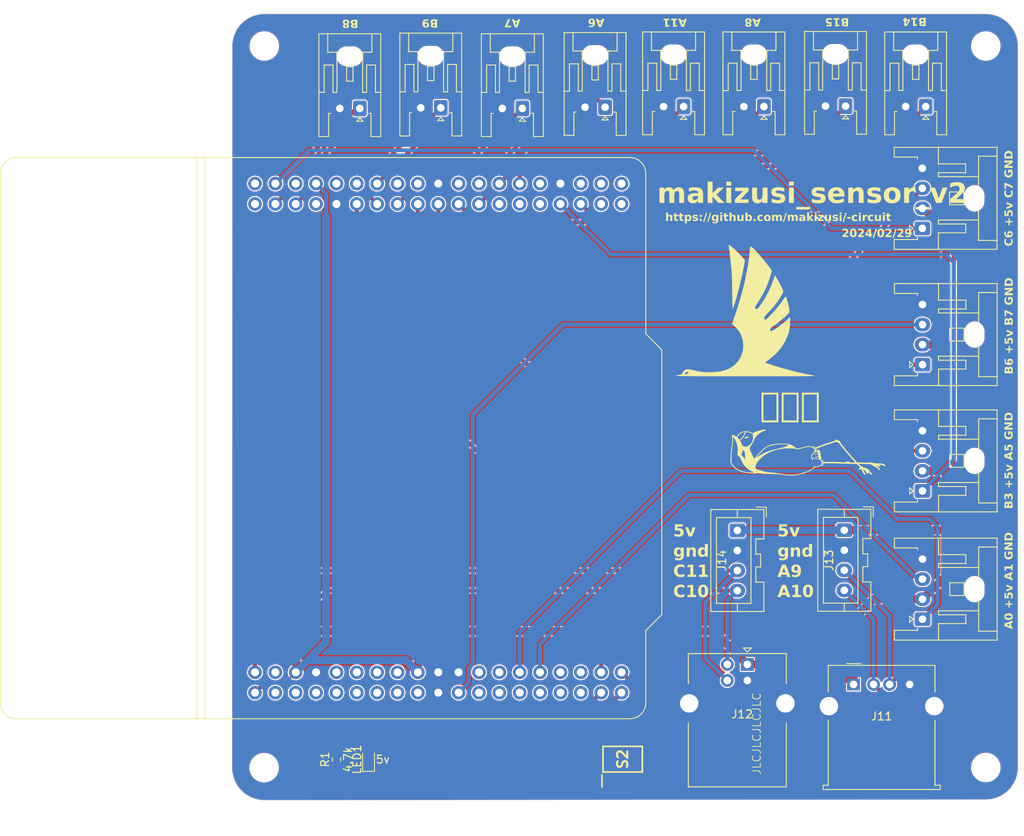
<source format=kicad_pcb>
(kicad_pcb (version 20221018) (generator pcbnew)
  (layers (0 "F.Cu" signal) (31 "B.Cu" signal) (34 "B.Paste" user) (35 "F.Paste" user) (36 "B.SilkS" user "B.Silkscreen") (37 "F.SilkS" user "F.Silkscreen") (38 "B.Mask" user) (39 "F.Mask" user) (44 "Edge.Cuts" user))
  (net 0 "")
  (net 1 "Net-(U1-PC0(PB9))")
  (net 2 "Net-(U1-PC1(PB9))")
  (net 3 "GND")
  (net 4 "Net-(U1-PC2)")
  (net 5 "Net-(U1-PC3)")
  (net 10 "B6")
  (net 11 "B7")
  (net 12 "B8")
  (net 13 "B9")
  (net 15 "Net-(LED1-A)")
  (net 17 "C6")
  (net 18 "C7")
  (net 21 "C10")
  (net 22 "C11")
  (net 26 "+5V")
  (net 28 "A9")
  (net 29 "A10")
  (net 34 "A0")
  (net 35 "A1")
  (net 36 "B15")
  (net 37 "B14")
  (net 39 "A8")
  (net 40 "A11")
  (net 41 "A6")
  (net 44 "A7")
  (net 45 "B3")
  (net 46 "A5")
  (net 55 "C9")
  (net 56 "C8")
  (net 57 "B2")
  (net 58 "B1")
  (net 59 "B0")
  (net 60 "A3")
  (net 61 "A2")
  (footprint "Connector_JST:JST_XA_S04B-XASK-1_1x04_P2.50mm_Horizontal" (layer "F.Cu") (at 206.1 107.5 90)
    (fp_text reference "J5")
    (fp_text value "encoder")
    (pad "" np_thru_hole oval (at 3.75 6.5 90) (size 2.8 2) (drill oval 2.8 2) (layers "*.Cu" "*.Mask"))
    (pad "1" thru_hole roundrect (at 0 0 90) (size 1.7 1.95) (drill 0.95) (layers "*.Cu" "*.Mask") (roundrect_rratio 0.147059) (net 34 "A0"))
    (pad "2" thru_hole oval (at 2.5 0 90) (size 1.7 1.95) (drill 0.95) (layers "*.Cu" "*.Mask") (net 26 "+5V"))
    (pad "3" thru_hole oval (at 5 0 90) (size 1.7 1.95) (drill 0.95) (layers "*.Cu" "*.Mask") (net 35 "A1"))
    (pad "4" thru_hole oval (at 7.5 0 90) (size 1.7 1.95) (drill 0.95) (layers "*.Cu" "*.Mask") (net 3 "GND"))
  )
  (footprint "Connector_JST:JST_XA_S02B-XASK-1_1x02_P2.50mm_Horizontal" (layer "F.Cu") (at 196.5 43.5 180)
    (fp_text reference "J9")
    (fp_text value "LS7")
    (pad "" np_thru_hole oval (at 1.25 6.5 180) (size 2.8 2) (drill oval 2.8 2) (layers "*.Cu" "*.Mask"))
    (pad "1" thru_hole roundrect (at 0 0 180) (size 1.7 1.95) (drill 0.95) (layers "*.Cu" "*.Mask") (roundrect_rratio 0.147059) (net 36 "B15"))
    (pad "2" thru_hole oval (at 2.5 0 180) (size 1.7 1.95) (drill 0.95) (layers "*.Cu" "*.Mask") (net 3 "GND"))
  )
  (footprint "Connector_JST:JST_XA_S02B-XASK-1_1x02_P2.50mm_Horizontal" (layer "F.Cu") (at 166.508153 43.63282 180)
    (fp_text reference "J3")
    (fp_text value "LS4")
    (pad "" np_thru_hole oval (at 1.25 6.5 180) (size 2.8 2) (drill oval 2.8 2) (layers "*.Cu" "*.Mask"))
    (pad "1" thru_hole roundrect (at 0 0 180) (size 1.7 1.95) (drill 0.95) (layers "*.Cu" "*.Mask") (roundrect_rratio 0.147059) (net 41 "A6"))
    (pad "2" thru_hole oval (at 2.5 0 180) (size 1.7 1.95) (drill 0.95) (layers "*.Cu" "*.Mask") (net 3 "GND"))
  )
  (footprint "Resistor_SMD:R_0603_1608Metric" (layer "F.Cu") (at 133 125 90)
    (fp_text reference "R1" (at 0 -1.43 90) (layer "F.SilkS"))
    (fp_text value "4.7k" (at 0 1.43 90) (layer "F.SilkS"))
    (pad "1" smd roundrect (at -0.825 0 90) (size 0.8 0.95) (layers "F.Cu" "F.Paste" "F.Mask") (net 15 "Net-(LED1-A)"))
    (pad "2" smd roundrect (at 0.825 0 90) (size 0.8 0.95) (layers "F.Cu" "F.Paste" "F.Mask") (net 26 "+5V"))
  )
  (footprint "LED_SMD:LED_0603_1608Metric" (layer "F.Cu") (at 137 125 90)
    (fp_text reference "LED1" (at 0 -1.43 90) (layer "F.SilkS"))
    (fp_text value "5v" (at 0.009 1.778) (layer "F.SilkS"))
    (pad "1" smd roundrect (at -0.7875 0 90) (size 0.875 0.95) (layers "F.Cu" "F.Paste" "F.Mask") (net 3 "GND"))
    (pad "2" smd roundrect (at 0.7875 0 90) (size 0.875 0.95) (layers "F.Cu" "F.Paste" "F.Mask") (net 15 "Net-(LED1-A)"))
  )
  (footprint "Connector_USB:USB_A_Molex_67643_Horizontal" (layer "F.Cu") (at 197.5 115.64)
    (fp_text reference "J11" (at 3.5 3.98) (layer "F.SilkS"))
    (fp_text value "USB_A")
    (pad "1" thru_hole rect (at 0 0) (size 1.6 1.5) (drill 0.95) (layers "*.Cu" "*.Mask") (net 26 "+5V"))
    (pad "2" thru_hole circle (at 2.5 0) (size 1.6 1.6) (drill 0.95) (layers "*.Cu" "*.Mask") (net 29 "A10"))
    (pad "3" thru_hole circle (at 4.5 0) (size 1.6 1.6) (drill 0.95) (layers "*.Cu" "*.Mask") (net 28 "A9"))
    (pad "4" thru_hole circle (at 7 0) (size 1.6 1.6) (drill 0.95) (layers "*.Cu" "*.Mask") (net 3 "GND"))
    (pad "5" thru_hole circle (at -3.07 2.71) (size 3 3) (drill 2.3) (layers "*.Cu" "*.Mask") (net 3 "GND"))
    (pad "5" thru_hole circle (at 10.07 2.71) (size 3 3) (drill 2.3) (layers "*.Cu" "*.Mask") (net 3 "GND"))
  )
  (footprint "" (layer "F.Cu") (at 124 36 90)
    (fp_text reference "" (at 0 0 90) (layer "F.SilkS") (effects (font (size 1.27 1.27))))
    (fp_text value "" (at 0 0 90) (layer "F.SilkS") (effects (font (size 1.27 1.27))))
    (pad "" np_thru_hole circle (at 0 0 90) (size 3.2 3.2) (drill 3.2) (layers "F&B.Cu" "*.Mask"))
  )
  (footprint "Connector_JST:JST_XA_B04B-XASK-1_1x04_P2.50mm_Vertical" (layer "F.Cu") (at 183 96.432131 -90)
    (fp_text reference "J14" (at 3.75 1.905 -270) (layer "F.SilkS"))
    (fp_text value "Conn_01x04")
    (pad "1" thru_hole roundrect (at 0 0 270) (size 1.7 1.95) (drill 0.95) (layers "*.Cu" "*.Mask") (roundrect_rratio 0.1470588235) (net 26 "+5V"))
    (pad "2" thru_hole oval (at 2.5 0 270) (size 1.7 1.95) (drill 0.95) (layers "*.Cu" "*.Mask") (net 3 "GND"))
    (pad "3" thru_hole oval (at 5 0 270) (size 1.7 1.95) (drill 0.95) (layers "*.Cu" "*.Mask") (net 22 "C11"))
    (pad "4" thru_hole oval (at 7.5 0 270) (size 1.7 1.95) (drill 0.95) (layers "*.Cu" "*.Mask") (net 21 "C10"))
  )
  (footprint "rogo:turu" (layer "F.Cu") (at 190 85)
    (fp_text reference "G***" hide)
    (fp_text value "LOGO" hide)
  )
  (footprint "Connector_JST:JST_XA_S02B-XASK-1_1x02_P2.50mm_Horizontal" (layer "F.Cu") (at 186.319004 43.55633 180)
    (fp_text reference "J2")
    (fp_text value "LS6")
    (pad "" np_thru_hole oval (at 1.25 6.5 180) (size 2.8 2) (drill oval 2.8 2) (layers "*.Cu" "*.Mask"))
    (pad "1" thru_hole roundrect (at 0 0 180) (size 1.7 1.95) (drill 0.95) (layers "*.Cu" "*.Mask") (roundrect_rratio 0.147059) (net 39 "A8"))
    (pad "2" thru_hole oval (at 2.5 0 180) (size 1.7 1.95) (drill 0.95) (layers "*.Cu" "*.Mask") (net 3 "GND"))
  )
  (footprint "Connector_JST:JST_XA_S04B-XASK-1_1x04_P2.50mm_Horizontal" (layer "F.Cu") (at 206.08 58.75 90)
    (fp_text reference "J8")
    (fp_text value "encoder")
    (pad "" np_thru_hole oval (at 3.75 6.5 90) (size 2.8 2) (drill oval 2.8 2) (layers "*.Cu" "*.Mask"))
    (pad "1" thru_hole roundrect (at 0 0 90) (size 1.7 1.95) (drill 0.95) (layers "*.Cu" "*.Mask") (roundrect_rratio 0.147059) (net 17 "C6"))
    (pad "2" thru_hole oval (at 2.5 0 90) (size 1.7 1.95) (drill 0.95) (layers "*.Cu" "*.Mask") (net 26 "+5V"))
    (pad "3" thru_hole oval (at 5 0 90) (size 1.7 1.95) (drill 0.95) (layers "*.Cu" "*.Mask") (net 18 "C7"))
    (pad "4" thru_hole oval (at 7.5 0 90) (size 1.7 1.95) (drill 0.95) (layers "*.Cu" "*.Mask") (net 3 "GND"))
  )
  (footprint "Connector_JST:JST_XA_S02B-XASK-1_1x02_P2.50mm_Horizontal" (layer "F.Cu") (at 135.912244 43.785799 180)
    (fp_text reference "J4")
    (fp_text value "LS1")
    (pad "" np_thru_hole oval (at 1.25 6.5 180) (size 2.8 2) (drill oval 2.8 2) (layers "*.Cu" "*.Mask"))
    (pad "1" thru_hole roundrect (at 0 0 180) (size 1.7 1.95) (drill 0.95) (layers "*.Cu" "*.Mask") (roundrect_rratio 0.147059) (net 12 "B8"))
    (pad "2" thru_hole oval (at 2.5 0 180) (size 1.7 1.95) (drill 0.95) (layers "*.Cu" "*.Mask") (net 3 "GND"))
  )
  (footprint "Library:sken" (layer "F.Cu") (at 184.104293 75.444813)
    (fp_text reference "G***" hide)
    (fp_text value "LOGO" hide)
  )
  (footprint "" (layer "F.Cu") (at 123.974 126.018 90)
    (fp_text reference "" (at 0 0 90) (layer "F.SilkS") (effects (font (size 1.27 1.27))))
    (fp_text value "" (at 0 0 90) (layer "F.SilkS") (effects (font (size 1.27 1.27))))
    (pad "" np_thru_hole circle (at 0 0 90) (size 3.2 3.2) (drill 3.2) (layers "F&B.Cu" "*.Mask"))
  )
  (footprint "" (layer "F.Cu") (at 214 126 90)
    (fp_text reference "" (at 0 0 90) (layer "F.SilkS") (effects (font (size 1.27 1.27))))
    (fp_text value "" (at 0 0 90) (layer "F.SilkS") (effects (font (size 1.27 1.27))))
    (pad "" np_thru_hole circle (at 0 0 90) (size 3.2 3.2) (drill 3.2) (layers "F&B.Cu" "*.Mask"))
  )
  (footprint "Connector_USB:USB_B_Lumberg_2411_02_Horizontal" (layer "F.Cu") (at 184.25 113.14 -90)
    (fp_text reference "J12" (at 6.2175 0.65) (layer "F.SilkS"))
    (fp_text value "USB_B")
    (pad "1" thru_hole rect (at 0 0) (size 1.6 1.6) (drill 0.95) (layers "*.Cu" "*.Mask") (net 26 "+5V"))
    (pad "2" thru_hole circle (at 0 2.5) (size 1.6 1.6) (drill 0.95) (layers "*.Cu" "*.Mask") (net 21 "C10"))
    (pad "3" thru_hole circle (at 2 2.5) (size 1.6 1.6) (drill 0.95) (layers "*.Cu" "*.Mask") (net 22 "C11"))
    (pad "4" thru_hole circle (at 2 0) (size 1.6 1.6) (drill 0.95) (layers "*.Cu" "*.Mask") (net 3 "GND"))
    (pad "5" thru_hole circle (at 4.86 -4.75) (size 4 4) (drill 2.3) (layers "*.Cu" "*.Mask") (net 3 "GND"))
    (pad "5" thru_hole circle (at 4.86 7.25) (size 4 4) (drill 2.3) (layers "*.Cu" "*.Mask") (net 3 "GND"))
  )
  (footprint "Connector_JST:JST_XA_B04B-XASK-1_1x04_P2.50mm_Vertical" (layer "F.Cu") (at 196.346561 96.397692 -90)
    (fp_text reference "J13" (at 3.75 1.905 -270) (layer "F.SilkS"))
    (fp_text value "Conn_01x04")
    (pad "1" thru_hole roundrect (at 0 0 270) (size 1.7 1.95) (drill 0.95) (layers "*.Cu" "*.Mask") (roundrect_rratio 0.1470588235) (net 26 "+5V"))
    (pad "2" thru_hole oval (at 2.5 0 270) (size 1.7 1.95) (drill 0.95) (layers "*.Cu" "*.Mask") (net 3 "GND"))
    (pad "3" thru_hole oval (at 5 0 270) (size 1.7 1.95) (drill 0.95) (layers "*.Cu" "*.Mask") (net 28 "A9"))
    (pad "4" thru_hole oval (at 7.5 0 270) (size 1.7 1.95) (drill 0.95) (layers "*.Cu" "*.Mask") (net 29 "A10"))
  )
  (footprint "MountingHole:MountingHole_3.2mm_M3" (layer "F.Cu") (at 214 36 90)
    (fp_text reference "REF**" hide)
    (fp_text value "MountingHole_3.2mm_M3" hide)
    (pad "" np_thru_hole circle (at 0 0 90) (size 3.2 3.2) (drill 3.2) (layers "F&B.Cu" "*.Mask"))
  )
  (footprint "MountingHole:MountingHole_3.2mm_M3" (layer "F.Cu") (at 123.974 126.018 90)
    (fp_text reference "REF**" hide)
    (fp_text value "MountingHole_3.2mm_M3" hide)
    (pad "" np_thru_hole circle (at 0 0 90) (size 3.2 3.2) (drill 3.2) (layers "F&B.Cu" "*.Mask"))
  )
  (footprint "Connector_JST:JST_XA_S02B-XASK-1_1x02_P2.50mm_Horizontal" (layer "F.Cu") (at 176.298844 43.55633 180)
    (fp_text reference "J15")
    (fp_text value "LS5")
    (pad "" np_thru_hole oval (at 1.25 6.5 180) (size 2.8 2) (drill oval 2.8 2) (layers "*.Cu" "*.Mask"))
    (pad "1" thru_hole roundrect (at 0 0 180) (size 1.7 1.95) (drill 0.95) (layers "*.Cu" "*.Mask") (roundrect_rratio 0.147059) (net 40 "A11"))
    (pad "2" thru_hole oval (at 2.5 0 180) (size 1.7 1.95) (drill 0.95) (layers "*.Cu" "*.Mask") (net 3 "GND"))
  )
  (footprint "MountingHole:MountingHole_3.2mm_M3" (layer "F.Cu") (at 214 126 90)
    (fp_text reference "REF**" hide)
    (fp_text value "MountingHole_3.2mm_M3" hide)
    (pad "" np_thru_hole circle (at 0 0 90) (size 3.2 3.2) (drill 3.2) (layers "F&B.Cu" "*.Mask"))
  )
  (footprint "Connector_JST:JST_XA_S02B-XASK-1_1x02_P2.50mm_Horizontal" (layer "F.Cu") (at 206.5 43.55633 180)
    (fp_text reference "J1")
    (fp_text value "LS8")
    (pad "" np_thru_hole oval (at 1.25 6.5 180) (size 2.8 2) (drill oval 2.8 2) (layers "*.Cu" "*.Mask"))
    (pad "1" thru_hole roundrect (at 0 0 180) (size 1.7 1.95) (drill 0.95) (layers "*.Cu" "*.Mask") (roundrect_rratio 0.147059) (net 37 "B14"))
    (pad "2" thru_hole oval (at 2.5 0 180) (size 1.7 1.95) (drill 0.95) (layers "*.Cu" "*.Mask") (net 3 "GND"))
  )
  (footprint "Connector_JST:JST_XA_S02B-XASK-1_1x02_P2.50mm_Horizontal" (layer "F.Cu") (at 156.182034 43.785799 180)
    (fp_text reference "J16")
    (fp_text value "LS3")
    (pad "" np_thru_hole oval (at 1.25 6.5 180) (size 2.8 2) (drill oval 2.8 2) (layers "*.Cu" "*.Mask"))
    (pad "1" thru_hole roundrect (at 0 0 180) (size 1.7 1.95) (drill 0.95) (layers "*.Cu" "*.Mask") (roundrect_rratio 0.147059) (net 44 "A7"))
    (pad "2" thru_hole oval (at 2.5 0 180) (size 1.7 1.95) (drill 0.95) (layers "*.Cu" "*.Mask") (net 3 "GND"))
  )
  (footprint "Connector_JST:JST_XA_S04B-XASK-1_1x04_P2.50mm_Horizontal" (layer "F.Cu") (at 206.1 91.5 90)
    (fp_text reference "J6")
    (fp_text value "encoder")
    (pad "" np_thru_hole oval (at 3.75 6.5 90) (size 2.8 2) (drill oval 2.8 2) (layers "*.Cu" "*.Mask"))
    (pad "1" thru_hole roundrect (at 0 0 90) (size 1.7 1.95) (drill 0.95) (layers "*.Cu" "*.Mask") (roundrect_rratio 0.147059) (net 45 "B3"))
    (pad "2" thru_hole oval (at 2.5 0 90) (size 1.7 1.95) (drill 0.95) (layers "*.Cu" "*.Mask") (net 26 "+5V"))
    (pad "3" thru_hole oval (at 5 0 90) (size 1.7 1.95) (drill 0.95) (layers "*.Cu" "*.Mask") (net 46 "A5"))
    (pad "4" thru_hole oval (at 7.5 0 90) (size 1.7 1.95) (drill 0.95) (layers "*.Cu" "*.Mask") (net 3 "GND"))
  )
  (footprint "SamacSys:NE555DR" (layer "F.Cu") (at 168.698086 124.963189 90)
    (fp_text reference "S2" (at 0 0 90) (layer "F.SilkS") (effects (font (size 1.27 1.27) (thickness 0.254))))
    (fp_text value "KHS42E" hide)
    (pad "1" smd rect (at -2.712 -1.905 180) (size 0.65 1.525) (layers "F.Cu" "F.Paste") (net 3 "GND"))
    (pad "2" smd rect (at -2.712 -0.635 180) (size 0.65 1.525) (layers "F.Cu" "F.Paste") (net 3 "GND"))
    (pad "3" smd rect (at -2.712 0.635 180) (size 0.65 1.525) (layers "F.Cu" "F.Paste") (net 3 "GND"))
    (pad "4" smd rect (at -2.712 1.905 180) (size 0.65 1.525) (layers "F.Cu" "F.Paste") (net 3 "GND"))
    (pad "5" smd rect (at 2.712 1.905 180) (size 0.65 1.525) (layers "F.Cu" "F.Paste") (net 1 "Net-(U1-PC0(PB9))"))
    (pad "6" smd rect (at 2.712 0.635 180) (size 0.65 1.525) (layers "F.Cu" "F.Paste") (net 2 "Net-(U1-PC1(PB9))"))
    (pad "7" smd rect (at 2.712 -0.635 180) (size 0.65 1.525) (layers "F.Cu" "F.Paste") (net 4 "Net-(U1-PC2)"))
    (pad "8" smd rect (at 2.712 -1.905 180) (size 0.65 1.525) (layers "F.Cu" "F.Paste") (net 5 "Net-(U1-PC3)"))
  )
  (footprint "Connector_JST:JST_XA_S02B-XASK-1_1x02_P2.50mm_Horizontal" (layer "F.Cu") (at 146.008894 43.70931 180)
    (fp_text reference "J17")
    (fp_text value "LS2")
    (pad "" np_thru_hole oval (at 1.25 6.5 180) (size 2.8 2) (drill oval 2.8 2) (layers "*.Cu" "*.Mask"))
    (pad "1" thru_hole roundrect (at 0 0 180) (size 1.7 1.95) (drill 0.95) (layers "*.Cu" "*.Mask") (roundrect_rratio 0.147059) (net 13 "B9"))
    (pad "2" thru_hole oval (at 2.5 0 180) (size 1.7 1.95) (drill 0.95) (layers "*.Cu" "*.Mask") (net 3 "GND"))
  )
  (footprint "" (layer "F.Cu") (at 214 36 90)
    (fp_text reference "" (at 0 0 90) (layer "F.SilkS") (effects (font (size 1.27 1.27))))
    (fp_text value "" (at 0 0 90) (layer "F.SilkS") (effects (font (size 1.27 1.27))))
    (pad "" np_thru_hole circle (at 0 0 90) (size 3.2 3.2) (drill 3.2) (layers "F&B.Cu" "*.Mask"))
  )
  (footprint "Connector_JST:JST_XA_S04B-XASK-1_1x04_P2.50mm_Horizontal" (layer "F.Cu") (at 206.1 75.75 90)
    (fp_text reference "J7")
    (fp_text value "encoder")
    (pad "" np_thru_hole oval (at 3.75 6.5 90) (size 2.8 2) (drill oval 2.8 2) (layers "*.Cu" "*.Mask"))
    (pad "1" thru_hole roundrect (at 0 0 90) (size 1.7 1.95) (drill 0.95) (layers "*.Cu" "*.Mask") (roundrect_rratio 0.147059) (net 10 "B6"))
    (pad "2" thru_hole oval (at 2.5 0 90) (size 1.7 1.95) (drill 0.95) (layers "*.Cu" "*.Mask") (net 26 "+5V"))
    (pad "3" thru_hole oval (at 5 0 90) (size 1.7 1.95) (drill 0.95) (layers "*.Cu" "*.Mask") (net 11 "B7"))
    (pad "4" thru_hole oval (at 7.5 0 90) (size 1.7 1.95) (drill 0.95) (layers "*.Cu" "*.Mask") (net 3 "GND"))
  )
  (footprint "MountingHole:MountingHole_3.2mm_M3" (layer "F.Cu") (at 124 36 90)
    (fp_text reference "REF**" hide)
    (fp_text value "MountingHole_3.2mm_M3" hide)
    (pad "" np_thru_hole circle (at 0 0 90) (size 3.2 3.2) (drill 3.2) (layers "F&B.Cu" "*.Mask"))
  )
  (footprint "stm32F446RE-Nucleo:STM32F446RE_Nucleo" (layer "F.Cu") (at 144 86 90)
    (fp_text reference "U1" hide)
    (fp_text value "~" hide)
    (pad "1" thru_hole circle (at -28.124214 -5.924214 90) (size 1.7 1.7) (drill 1) (layers "*.Cu" "*.Mask"))
    (pad "2" thru_hole circle (at -30.664214 -13.544214 90) (size 1.7 1.7) (drill 1) (layers "*.Cu" "*.Mask"))
    (pad "3" thru_hole circle (at -28.124214 -8.464214 90) (size 1.7 1.7) (drill 1) (layers "*.Cu" "*.Mask"))
    (pad "4" thru_hole circle (at 30.295786 -13.544214 90) (size 1.7 1.7) (drill 1) (layers "*.Cu" "*.Mask"))
    (pad "5" thru_hole circle (at -30.664214 -16.084214 90) (size 1.7 1.7) (drill 1) (layers "*.Cu" "*.Mask"))
    (pad "6" thru_hole circle (at -30.664214 19.475786 90) (size 1.7 1.7) (drill 1) (layers "*.Cu" "*.Mask"))
    (pad "7" thru_hole circle (at -28.124214 6.775786 90) (size 1.7 1.7) (drill 1) (layers "*.Cu" "*.Mask"))
    (pad "8" thru_hole circle (at 32.835786 -13.544214 90) (size 1.7 1.7) (drill 1) (layers "*.Cu" "*.Mask") (net 26 "+5V"))
    (pad "9" thru_hole circle (at -28.124214 -16.084214 90) (size 1.7 1.7) (drill 1) (layers "*.Cu" "*.Mask") (net 26 "+5V"))
    (pad "10" thru_hole circle (at -28.124214 -0.844214 90) (size 1.7 1.7) (drill 1) (layers "*.Cu" "*.Mask") (net 26 "+5V"))
    (pad "11" thru_hole circle (at -28.124214 -3.384214 90) (size 1.7 1.7) (drill 1) (layers "*.Cu" "*.Mask"))
    (pad "12" thru_hole circle (at -28.124214 11.855786 90) (size 1.7 1.7) (drill 1) (layers "*.Cu" "*.Mask") (net 34 "A0"))
    (pad "13" thru_hole circle (at -28.124214 14.395786 90) (size 1.7 1.7) (drill 1) (layers "*.Cu" "*.Mask") (net 35 "A1"))
    (pad "14" thru_hole circle (at 30.295786 22.015786 90) (size 1.7 1.7) (drill 1) (layers "*.Cu" "*.Mask") (net 61 "A2"))
    (pad "15" thru_hole circle (at 30.295786 24.555786 90) (size 1.7 1.7) (drill 1) (layers "*.Cu" "*.Mask") (net 60 "A3"))
    (pad "16" thru_hole circle (at -28.124214 16.935786 90) (size 1.7 1.7) (drill 1) (layers "*.Cu" "*.Mask"))
    (pad "17" thru_hole circle (at 30.295786 -8.464214 90) (size 1.7 1.7) (drill 1) (layers "*.Cu" "*.Mask") (net 46 "A5"))
    (pad "18" thru_hole circle (at 30.295786 -5.924214 90) (size 1.7 1.7) (drill 1) (layers "*.Cu" "*.Mask") (net 41 "A6"))
    (pad "19" thru_hole circle (at 30.295786 -3.384214 90) (size 1.7 1.7) (drill 1) (layers "*.Cu" "*.Mask") (net 44 "A7"))
    (pad "20" thru_hole circle (at 30.295786 6.775786 90) (size 1.7 1.7) (drill 1) (layers "*.Cu" "*.Mask") (net 39 "A8"))
    (pad "21" thru_hole circle (at 30.295786 4.235786 90) (size 1.7 1.7) (drill 1) (layers "*.Cu" "*.Mask") (net 28 "A9"))
    (pad "22" thru_hole circle (at 30.295786 19.475786 90) (size 1.7 1.7) (drill 1) (layers "*.Cu" "*.Mask") (net 29 "A10"))
    (pad "23" thru_hole circle (at 32.835786 -5.924214 90) (size 1.7 1.7) (drill 1) (layers "*.Cu" "*.Mask") (net 40 "A11"))
    (pad "24" thru_hole circle (at 32.835786 -8.464214 90) (size 1.7 1.7) (drill 1) (layers "*.Cu" "*.Mask"))
    (pad "25" thru_hole circle (at -30.664214 -5.924214 90) (size 1.7 1.7) (drill 1) (layers "*.Cu" "*.Mask"))
    (pad "26" thru_hole circle (at -30.664214 -3.384214 90) (size 1.7 1.7) (drill 1) (layers "*.Cu" "*.Mask"))
    (pad "27" thru_hole circle (at -30.664214 -0.844214 90) (size 1.7 1.7) (drill 1) (layers "*.Cu" "*.Mask"))
    (pad "28" thru_hole circle (at -28.124214 -18.624214 90) (size 1.7 1.7) (drill 1) (layers "*.Cu" "*.Mask"))
    (pad "29" thru_hole circle (at -30.664214 14.395786 90) (size 1.7 1.7) (drill 1) (layers "*.Cu" "*.Mask"))
    (pad "30" thru_hole circle (at -30.664214 16.935786 90) (size 1.7 1.7) (drill 1) (layers "*.Cu" "*.Mask"))
    (pad "31" thru_hole circle (at -28.124214 19.475786 90) (size 1.7 1.7) (drill 1) (layers "*.Cu" "*.Mask") (net 59 "B0"))
    (pad "32" thru_hole circle (at 32.835786 6.775786 90) (size 1.7 1.7) (drill 1) (layers "*.Cu" "*.Mask") (net 58 "B1"))
    (pad "33" thru_hole circle (at 32.835786 4.235786 90) (size 1.7 1.7) (drill 1) (layers "*.Cu" "*.Mask") (net 57 "B2"))
    (pad "34" thru_hole circle (at 30.295786 16.935786 90) (size 1.7 1.7) (drill 1) (layers "*.Cu" "*.Mask") (net 45 "B3"))
    (pad "35" thru_hole circle (at 30.295786 11.855786 90) (size 1.7 1.7) (drill 1) (layers "*.Cu" "*.Mask"))
    (pad "36" thru_hole circle (at 30.295786 14.395786 90) (size 1.7 1.7) (drill 1) (layers "*.Cu" "*.Mask"))
    (pad "37" thru_hole circle (at 30.295786 -0.844214 90) (size 1.7 1.7) (drill 1) (layers "*.Cu" "*.Mask") (net 10 "B6"))
    (pad "38" thru_hole circle (at -30.664214 4.235786 90) (size 1.7 1.7) (drill 1) (layers "*.Cu" "*.Mask") (net 11 "B7"))
    (pad "39" thru_hole circle (at 30.295786 -18.624214 90) (size 1.7 1.7) (drill 1) (layers "*.Cu" "*.Mask") (net 12 "B8"))
    (pad "40" thru_hole circle (at 30.295786 -16.084214 90) (size 1.7 1.7) (drill 1) (layers "*.Cu" "*.Mask") (net 13 "B9"))
    (pad "41" thru_hole circle (at 30.295786 9.315786 90) (size 1.7 1.7) (drill 1) (layers "*.Cu" "*.Mask"))
    (pad "42" thru_hole circle (at 32.835786 -3.384214 90) (size 1.7 1.7) (drill 1) (layers "*.Cu" "*.Mask"))
    (pad "43" thru_hole circle (at 32.835786 14.395786 90) (size 1.7 1.7) (drill 1) (layers "*.Cu" "*.Mask"))
    (pad "44" thru_hole circle (at 32.835786 11.855786 90) (size 1.7 1.7) (drill 1) (layers "*.Cu" "*.Mask") (net 37 "B14"))
    (pad "45" thru_hole circle (at 32.835786 9.315786 90) (size 1.7 1.7) (drill 1) (layers "*.Cu" "*.Mask") (net 36 "B15"))
    (pad "46" thru_hole circle (at -28.124214 24.555786 90) (size 1.7 1.7) (drill 1) (layers "*.Cu" "*.Mask") (net 1 "Net-(U1-PC0(PB9))"))
    (pad "47" thru_hole circle (at -28.124214 22.015786 90) (size 1.7 1.7) (drill 1) (layers "*.Cu" "*.Mask") (net 2 "Net-(U1-PC1(PB9))"))
    (pad "48" thru_hole circle (at -30.664214 22.015786 90) (size 1.7 1.7) (drill 1) (layers "*.Cu" "*.Mask") (net 4 "Net-(U1-PC2)"))
    (pad "49" thru_hole circle (at -30.664214 24.555786 90) (size 1.7 1.7) (drill 1) (layers "*.Cu" "*.Mask") (net 5 "Net-(U1-PC3)"))
    (pad "50" thru_hole circle (at 32.835786 19.475786 90) (size 1.7 1.7) (drill 1) (layers "*.Cu" "*.Mask"))
    (pad "51" thru_hole circle (at 32.835786 -16.084214 90) (size 1.7 1.7) (drill 1) (layers "*.Cu" "*.Mask"))
    (pad "52" thru_hole circle (at 32.835786 -18.624214 90) (size 1.7 1.7) (drill 1) (layers "*.Cu" "*.Mask") (net 17 "C6"))
    (pad "53" thru_hole circle (at 30.295786 1.695786 90) (size 1.7 1.7) (drill 1) (layers "*.Cu" "*.Mask") (net 18 "C7"))
    (pad "54" thru_hole circle (at 32.835786 -21.164214 90) (size 1.7 1.7) (drill 1) (layers "*.Cu" "*.Mask") (net 56 "C8"))
    (pad "55" thru_hole circle (at 30.295786 -21.164214 90) (size 1.7 1.7) (drill 1) (layers "*.Cu" "*.Mask") (net 55 "C9"))
    (pad "56" thru_hole circle (at -30.664214 -21.164214 90) (size 1.7 1.7) (drill 1) (layers "*.Cu" "*.Mask") (net 21 "C10"))
    (pad "57" thru_hole circle (at -28.124214 -21.164214 90) (size 1.7 1.7) (drill 1) (layers "*.Cu" "*.Mask") (net 22 "C11"))
    (pad "58" thru_hole circle (at -30.664214 -18.624214 90) (size 1.7 1.7) (drill 1) (layers "*.Cu" "*.Mask"))
    (pad "59" thru_hole circle (at -30.664214 6.775786 90) (size 1.7 1.7) (drill 1) (layers "*.Cu" "*.Mask"))
    (pad "60" thru_hole circle (at -30.664214 9.315786 90) (size 1.7 1.7) (drill 1) (layers "*.Cu" "*.Mask"))
    (pad "61" thru_hole circle (at -30.664214 11.855786 90) (size 1.7 1.7) (drill 1) (layers "*.Cu" "*.Mask"))
    (pad "62" thru_hole circle (at -30.664214 1.695786 90) (size 1.7 1.7) (drill 1) (layers "*.Cu" "*.Mask") (net 3 "GND"))
    (pad "62" thru_hole circle (at -28.124214 -13.544214 90) (size 1.7 1.7) (drill 1) (layers "*.Cu" "*.Mask") (net 3 "GND"))
    (pad "62" thru_hole circle (at -28.124214 1.695786 90) (size 1.7 1.7) (drill 1) (layers "*.Cu" "*.Mask") (net 3 "GND"))
    (pad "62" thru_hole circle (at -28.124214 4.235786 90) (size 1.7 1.7) (drill 1) (layers "*.Cu" "*.Mask") (net 3 "GND"))
    (pad "62" thru_hole circle (at 30.295786 -11.004214 90) (size 1.7 1.7) (drill 1) (layers "*.Cu" "*.Mask") (net 3 "GND"))
    (pad "62" thru_hole circle (at 32.835786 1.695786 90) (size 1.7 1.7) (drill 1) (layers "*.Cu" "*.Mask") (net 3 "GND"))
    (pad "62" thru_hole circle (at 32.835786 16.935786 90) (size 1.7 1.7) (drill 1) (layers "*.Cu" "*.Mask") (net 3 "GND"))
    (pad "63" thru_hole circle (at -30.664214 -8.464214 90) (size 1.7 1.7) (drill 1) (layers "*.Cu" "*.Mask"))
    (pad "64" thru_hole circle (at -28.124214 -11.004214 90) (size 1.7 1.7) (drill 1) (layers "*.Cu" "*.Mask"))
    (pad "65" thru_hole circle (at -30.664214 -11.004214 90) (size 1.7 1.7) (drill 1) (layers "*.Cu" "*.Mask"))
    (pad "66" thru_hole circle (at -28.124214 9.315786 90) (size 1.7 1.7) (drill 1) (layers "*.Cu" "*.Mask"))
    (pad "67" thru_hole circle (at 32.835786 -11.004214 90) (size 1.7 1.7) (drill 1) (layers "*.Cu" "*.Mask"))
    (pad "68" thru_hole circle (at 32.835786 -0.844214 90) (size 1.7 1.7) (drill 1) (layers "*.Cu" "*.Mask"))
    (pad "69" thru_hole circle (at 32.835786 22.015786 90) (size 1.7 1.7) (drill 1) (layers "*.Cu" "*.Mask"))
    (pad "70" thru_hole circle (at 32.835786 24.555786 90) (size 1.7 1.7) (drill 1) (layers "*.Cu" "*.Mask"))
  )
  (gr_line (start 218 126) (end 218 36) (stroke (width 0.05)) (layer "Edge.Cuts"))
  (gr_line (start 214 32) (end 124 32) (stroke (width 0.05)) (layer "Edge.Cuts"))
  (gr_line (start 124.038 130.082) (end 214 130) (stroke (width 0.05)) (layer "Edge.Cuts"))
  (gr_arc (start 218 126) (mid 216.828427 128.828427) (end 214 130) (stroke (width 0.05)) (layer "Edge.Cuts"))
  (gr_arc (start 214 32) (mid 216.828427 33.171573) (end 218 36) (stroke (width 0.05)) (layer "Edge.Cuts"))
  (gr_arc (start 120 36) (mid 121.171573 33.171573) (end 124 32) (stroke (width 0.05)) (layer "Edge.Cuts"))
  (gr_line (start 120 36) (end 119.974 126.018) (stroke (width 0.05)) (layer "Edge.Cuts"))
  (gr_arc (start 124.038 130.082) (mid 121.164318 128.891682) (end 119.974 126.018) (stroke (width 0.05)) (layer "Edge.Cuts"))
  (gr_text "A11" (at 176.723656 32.420583 180) (layer "F.SilkS") (effects (font (size 1 1) (thickness 0.2) bold) (justify left bottom)))
  (gr_text "https://github.com/makizusi/-circuit" (at 174 58) (layer "F.SilkS") (effects (font (size 1 1) (thickness 0.125) bold) (justify left bottom)))
  (gr_text "B9" (at 145.684793 32.51081 180) (layer "F.SilkS") (effects (font (size 1 1) (thickness 0.2) bold) (justify left bottom)))
  (gr_text "5v\ngnd\nA9\nA10" (at 188 105) (layer "F.SilkS") (effects (font (size 1.5 1.5) (thickness 0.1)) (justify left bottom)))
  (gr_text "2024/02/29" (at 196 60) (layer "F.SilkS") (effects (font (size 1 1) (thickness 0.1) italic) (justify left bottom)))
  (gr_text "A7" (at 155.953931 32.486359 180) (layer "F.SilkS") (effects (font (size 1 1) (thickness 0.2) bold) (justify left bottom)))
  (gr_text "B6 +5v B7 GND" (at 217.53 76.96 90) (layer "F.SilkS") (effects (font (size 1 1) (thickness 0.1)) (justify left bottom)))
  (gr_text "B3 +5v A5 GND" (at 217.51 93.75 90) (layer "F.SilkS") (effects (font (size 1 1) (thickness 0.1)) (justify left bottom)))
  (gr_text "B14" (at 206.63115 32.320318 180) (layer "F.SilkS") (effects (font (size 1 1) (thickness 0.2) bold) (justify left bottom)))
  (gr_text "5v\ngnd\nC11\nC10" (at 175 105) (layer "F.SilkS") (effects (font (size 1.5 1.5) (thickness 0.1)) (justify left bottom)))
  (gr_text "makizusi_sensor_v2" (at 173 56) (layer "F.SilkS") (effects (font (size 2.5 2.5) (thickness 0.3) bold) (justify left bottom)))
  (gr_text "センサ" (at 185.812972 82.704461) (layer "F.SilkS") (effects (font (size 3 3) (thickness 0.3) bold) (justify left bottom)))
  (gr_text "JLCJLCJLCJLC" (at 186 127 90) (layer "F.SilkS") (effects (font (size 1 1) (thickness 0.1)) (justify left bottom)))
  (gr_text "C6 +5v C7 GND" (at 217.51 61 90) (layer "F.SilkS") (effects (font (size 1 1) (thickness 0.1)) (justify left bottom)))
  (gr_text "A6" (at 166.418671 32.437459 180) (layer "F.SilkS") (effects (font (size 1 1) (thickness 0.2) bold) (justify left bottom)))
  (gr_text "A0 +5v A1 GND" (at 217.51 108.75 90) (layer "F.SilkS") (effects (font (size 1 1) (thickness 0.1)) (justify left bottom)))
  (gr_text "A8" (at 185.946172 32.393669 180) (layer "F.SilkS") (effects (font (size 1 1) (thickness 0.2) bold) (justify left bottom)))
  (gr_text "B15" (at 196.94882 32.356994 180) (layer "F.SilkS") (effects (font (size 1 1) (thickness 0.2) bold) (justify left bottom)))
  (gr_text "B8" (at 135.733509 32.55971 180) (layer "F.SilkS") (effects (font (size 1 1) (thickness 0.2) bold) (justify left bottom)))
  (segment (start 170.603086 116.171514) (end 168.555786 114.124214) (width 0.5) (layer "F.Cu") (net 1))
  (segment (start 170.603086 122.251189) (end 170.603086 116.171514) (width 0.5) (layer "F.Cu") (net 1))
  (segment (start 169.333086 123.640272) (end 169.521182 123.828368) (width 0.5) (layer "F.Cu") (net 2))
  (segment (start 170 112) (end 167 112) (width 0.5) (layer "F.Cu") (net 2))
  (segment (start 171.583911 123.542569) (end 171.583911 113.583911) (width 0.5) (layer "F.Cu") (net 2))
  (segment (start 169.521182 123.828368) (end 171.298112 123.828368) (width 0.5) (layer "F.Cu") (net 2))
  (segment (start 171.583911 113.583911) (end 170 112) (width 0.5) (layer "F.Cu") (net 2))
  (segment (start 166.015786 112.984214) (end 166.015786 114.124214) (width 0.5) (layer "F.Cu") (net 2))
  (segment (start 167 112) (end 166.015786 112.984214) (width 0.5) (layer "F.Cu") (net 2))
  (segment (start 171.298112 123.828368) (end 171.583911 123.542569) (width 0.5) (layer "F.Cu") (net 2))
  (segment (start 169.333086 122.251189) (end 169.333086 123.640272) (width 0.5) (layer "F.Cu") (net 2))
  (segment (start 165 117.68) (end 165 123) (width 0.5) (layer "F.Cu") (net 4))
  (segment (start 168.063086 123.812801) (end 167.875887 124) (width 0.5) (layer "F.Cu") (net 4))
  (segment (start 166.015786 116.664214) (end 165 117.68) (width 0.5) (layer "F.Cu") (net 4))
  (segment (start 167.875887 124) (end 166 124) (width 0.5) (layer "F.Cu") (net 4))
  (segment (start 168.063086 122.251189) (end 168.063086 123.812801) (width 0.5) (layer "F.Cu") (net 4))
  (segment (start 166 124) (end 165 123) (width 0.5) (layer "F.Cu") (net 4))
  (segment (start 166.793086 118.426914) (end 168.555786 116.664214) (width 0.5) (layer "F.Cu") (net 5))
  (segment (start 166.793086 122.251189) (end 166.793086 118.426914) (width 0.5) (layer "F.Cu") (net 5))
  (segment (start 156.75 75.75) (end 143.155786 62.155786) (width 0.5) (layer "F.Cu") (net 10))
  (segment (start 143.155786 62.155786) (end 143.155786 55.704214) (width 0.5) (layer "F.Cu") (net 10))
  (segment (start 206.1 75.75) (end 156.75 75.75) (width 0.5) (layer "F.Cu") (net 10))
  (segment (start 161.25 70.75) (end 150 82) (width 0.5) (layer "B.Cu") (net 11))
  (segment (start 149.488186 115.411814) (end 148.235786 116.664214) (width 0.5) (layer "B.Cu") (net 11))
  (segment (start 150 113.093638) (end 149.488186 113.605452) (width 0.5) (layer "B.Cu") (net 11))
  (segment (start 206.1 70.75) (end 161.25 70.75) (width 0.5) (layer "B.Cu") (net 11))
  (segment (start 150 82) (end 150 113.093638) (width 0.5) (layer "B.Cu") (net 11))
  (segment (start 149.488186 113.605452) (end 149.488186 115.411814) (width 0.5) (layer "B.Cu") (net 11))
  (segment (start 126.628186 54.451814) (end 125.375786 55.704214) (width 0.5) (layer "F.Cu") (net 12))
  (segment (start 135.487839 43.785799) (end 126.628186 52.645452) (width 0.5) (layer "F.Cu") (net 12))
  (segment (start 135.912244 43.785799) (end 135.487839 43.785799) (width 0.5) (layer "F.Cu") (net 12))
  (segment (start 126.628186 52.645452) (end 126.628186 54.451814) (width 0.5) (layer "F.Cu") (net 12))
  (segment (start 146.008894 43.70931) (end 142.980204 46.738) (width 0.5) (layer "F.Cu") (net 13))
  (segment (start 129.168186 54.451814) (end 127.915786 55.704214) (width 0.5) (layer "F.Cu") (net 13))
  (segment (start 142.980204 46.738) (end 134.262 46.738) (width 0.5) (layer "F.Cu") (net 13))
  (segment (start 134.262 46.738) (end 129.168186 51.831814) (width 0.5) (layer "F.Cu") (net 13))
  (segment (start 129.168186 51.831814) (end 129.168186 54.451814) (width 0.5) (layer "F.Cu") (net 13))
  (segment (start 133 125.825) (end 134.175 125.825) (width 0.5) (layer "F.Cu") (net 15))
  (segment (start 134.175 125.825) (end 135.7875 124.2125) (width 0.5) (layer "F.Cu") (net 15))
  (segment (start 135.7875 124.2125) (end 137 124.2125) (width 0.5) (layer "F.Cu") (net 15))
  (segment (start 206.08 58.75) (end 194.75 58.75) (width 0.5) (layer "B.Cu") (net 17))
  (segment (start 185 49) (end 129.54 49) (width 0.5) (layer "B.Cu") (net 17))
  (segment (start 129.54 49) (end 125.375786 53.164214) (width 0.5) (layer "B.Cu") (net 17))
  (segment (start 194.75 58.75) (end 185 49) (width 0.5) (layer "B.Cu") (net 17))
  (segment (start 196.83 63) (end 149 63) (width 0.5) (layer "F.Cu") (net 18))
  (segment (start 149 63) (end 145.695786 59.695786) (width 0.5) (layer "F.Cu") (net 18))
  (segment (start 206.08 53.75) (end 196.83 63) (width 0.5) (layer "F.Cu") (net 18))
  (segment (start 145.695786 59.695786) (end 145.695786 55.704214) (width 0.5) (layer "F.Cu") (net 18))
  (segment (start 131.791683 103.932131) (end 124.123386 111.600428) (width 0.5) (layer "F.Cu") (net 21))
  (segment (start 183 103.932131) (end 131.791683 103.932131) (width 0.5) (layer "F.Cu") (net 21))
  (segment (start 124.123386 115.376614) (end 122.835786 116.664214) (width 0.5) (layer "F.Cu") (net 21))
  (segment (start 124.123386 111.600428) (end 124.123386 115.376614) (width 0.5) (layer "F.Cu") (net 21))
  (segment (start 181.75 105.182131) (end 183 103.932131) (width 0.5) (layer "B.Cu") (net 21))
  (segment (start 181.75 113.14) (end 181.75 105.182131) (width 0.5) (layer "B.Cu") (net 21))
  (segment (start 122.835786 105.164214) (end 122.835786 114.124214) (width 0.5) (layer "F.Cu") (net 22))
  (segment (start 126.567869 101.432131) (end 122.835786 105.164214) (width 0.5) (layer "F.Cu") (net 22))
  (segment (start 183 101.432131) (end 126.567869 101.432131) (width 0.5) (layer "F.Cu") (net 22))
  (segment (start 179 112.39) (end 179 105.432131) (width 0.5) (layer "B.Cu") (net 22))
  (segment (start 181.75 115.14) (end 179 112.39) (width 0.5) (layer "B.Cu") (net 22))
  (segment (start 179 105.432131) (end 183 101.432131) (width 0.5) (layer "B.Cu") (net 22))
  (segment (start 197.5 107.5) (end 200 105) (width 1) (layer "F.Cu") (net 26))
  (segment (start 128 124.175) (end 133 124.175) (width 0.2) (layer "F.Cu") (net 26))
  (segment (start 206.1 73.25) (end 208.75 73.25) (width 1) (layer "F.Cu") (net 26))
  (segment (start 209 102.1) (end 209 96) (width 1) (layer "F.Cu") (net 26))
  (segment (start 209 96) (end 209 89) (width 1) (layer "F.Cu") (net 26))
  (segment (start 206.08 56.25) (end 206.205 56.25) (width 1) (layer "F.Cu") (net 26))
  (segment (start 196.312122 96.432131) (end 196.346561 96.397692) (width 1) (layer "F.Cu") (net 26))
  (segment (start 197.5 115.64) (end 197.5 107.5) (width 1) (layer "F.Cu") (net 26))
  (segment (start 184.25 113.14) (end 180.11 109) (width 1) (layer "F.Cu") (net 26))
  (segment (start 143.155786 109.155786) (end 143.155786 114.124214) (width 1) (layer "F.Cu") (net 26))
  (segment (start 206.205 56.25) (end 208.915 58.96) (width 1) (layer "F.Cu") (net 26))
  (segment (start 206.1 89) (end 209 89) (width 1) (layer "F.Cu") (net 26))
  (segment (start 208.915 58.96) (end 208.915 59.085) (width 1) (layer "F.Cu") (net 26))
  (segment (start 143 109) (end 143.155786 109.155786) (width 1) (layer "F.Cu") (net 26))
  (segment (start 128 109) (end 128 114.04) (width 1) (layer "F.Cu") (net 26))
  (segment (start 197.5 115.64) (end 195 113.14) (width 1) (layer "F.Cu") (net 26))
  (segment (start 208.75 73.25) (end 209 73) (width 1) (layer "F.Cu") (net 26))
  (segment (start 143 109) (end 128 109) (width 1) (layer "F.Cu") (net 26))
  (segment (start 126.813386 115.226614) (end 126.813386 122.988386) (width 0.2) (layer "F.Cu") (net 26))
  (segment (start 206.1 105) (end 209 102.1) (width 1) (layer "F.Cu") (net 26))
  (segment (start 200 105) (end 206.1 105) (width 1) (layer "F.Cu") (net 26))
  (segment (start 208.602308 96.397692) (end 196.346561 96.397692) (width 1) (layer "F.Cu") (net 26))
  (segment (start 209 89) (end 209 59.17) (width 1) (layer "F.Cu") (net 26))
  (segment (start 126.813386 122.988386) (end 128 124.175) (width 0.2) (layer "F.Cu") (net 26))
  (segment (start 127.915786 114.124214) (end 126.813386 115.226614) (width 0.2) (layer "F.Cu") (net 26))
  (segment (start 208.915 59.085) (end 209 59.17) (width 0.5) (layer "F.Cu") (net 26))
  (segment (start 128 114.04) (end 127.915786 114.124214) (width 1) (layer "F.Cu") (net 26))
  (segment (start 195 113.14) (end 184.25 113.14) (width 1) (layer "F.Cu") (net 26))
  (segment (start 180.11 109) (end 143 109) (width 1) (layer "F.Cu") (net 26))
  (segment (start 143.155786 114.124214) (end 141.653386 112.621814) (width 1) (layer "B.Cu") (net 26))
  (segment (start 129.418186 112.621814) (end 127.915786 114.124214) (width 1) (layer "B.Cu") (net 26))
  (segment (start 196.346561 96.397692) (end 183.034439 96.397692) (width 1) (layer "B.Cu") (net 26))
  (segment (start 131.708186 110.331814) (end 131.708186 57.291814) (width 1) (layer "B.Cu") (net 26))
  (segment (start 131.708186 54.416614) (end 131.708186 57.291814) (width 0.5) (layer "B.Cu") (net 26))
  (segment (start 183.034439 96.397692) (end 183 96.432131) (width 1) (layer "B.Cu") (net 26))
  (segment (start 129.418186 112.621814) (end 131.708186 110.331814) (width 1) (layer "B.Cu") (net 26))
  (segment (start 130.455786 53.164214) (end 131.708186 54.416614) (width 0.5) (layer "B.Cu") (net 26))
  (segment (start 127.915786 114.124214) (end 129.018186 113.021814) (width 0.2) (layer "B.Cu") (net 26))
  (segment (start 141.653386 112.621814) (end 129.418186 112.621814) (width 1) (layer "B.Cu") (net 26))
  (segment (start 210 107.64) (end 210 53.059552) (width 0.5) (layer "F.Cu") (net 28))
  (segment (start 193.922632 58) (end 150.531572 58) (width 0.5) (layer "F.Cu") (net 28))
  (segment (start 202 115.64) (end 210 107.64) (width 0.5) (layer "F.Cu") (net 28))
  (segment (start 202.270232 49.6524) (end 193.922632 58) (width 0.5) (layer "F.Cu") (net 28))
  (segment (start 206.592848 49.6524) (end 202.270232 49.6524) (width 0.5) (layer "F.Cu") (net 28))
  (segment (start 150.531572 58) (end 148.235786 55.704214) (width 0.5) (layer "F.Cu") (net 28))
  (segment (start 210 53.059552) (end 206.592848 49.6524) (width 0.5) (layer "F.Cu") (net 28))
  (segment (start 202 107.051131) (end 196.346561 101.397692) (width 0.5) (layer "B.Cu") (net 28))
  (segment (start 202 115.64) (end 202 107.051131) (width 0.5) (layer "B.Cu") (net 28))
  (segment (start 202 49) (end 194 57) (width 0.5) (layer "F.Cu") (net 29))
  (segment (start 200 115.64) (end 204.6124 120.2524) (width 0.5) (layer "F.Cu") (net 29))
  (segment (start 209.7476 120.2524) (end 211 119) (width 0.5) (layer "F.Cu") (net 29))
  (segment (start 206.86308 49) (end 202 49) (width 0.5) (layer "F.Cu") (net 29))
  (segment (start 211 53.13692) (end 206.86308 49) (width 0.5) (layer "F.Cu") (net 29))
  (segment (start 164.771572 57) (end 163.475786 55.704214) (width 0.5) (layer "F.Cu") (net 29))
  (segment (start 211 119) (end 211 53.13692) (width 0.5) (layer "F.Cu") (net 29))
  (segment (start 204.6124 120.2524) (end 209.7476 120.2524) (width 0.5) (layer "F.Cu") (net 29))
  (segment (start 194 57) (end 164.771572 57) (width 0.5) (layer "F.Cu") (net 29))
  (segment (start 200 107.551131) (end 196.346561 103.897692) (width 0.5) (layer "B.Cu") (net 29))
  (segment (start 200 115.64) (end 200 107.551131) (width 0.5) (layer "B.Cu") (net 29))
  (segment (start 208 105.6) (end 208 96) (width 0.5) (layer "B.Cu") (net 34))
  (segment (start 208 96) (end 207 95) (width 0.5) (layer "B.Cu") (net 34))
  (segment (start 207 95) (end 203 95) (width 0.5) (layer "B.Cu") (net 34))
  (segment (start 155.855786 109.144214) (end 155.855786 114.124214) (width 0.5) (layer "B.Cu") (net 34))
  (segment (start 197 89) (end 176 89) (width 0.5) (layer "B.Cu") (net 34))
  (segment (start 176 89) (end 155.855786 109.144214) (width 0.5) (layer "B.Cu") (net 34))
  (segment (start 206.1 107.5) (end 208 105.6) (width 0.5) (layer "B.Cu") (net 34))
  (segment (start 203 95) (end 197 89) (width 0.5) (layer "B.Cu") (net 34))
  (segment (start 206.1 102.5) (end 205.5 102.5) (width 0.5) (layer "B.Cu") (net 35))
  (segment (start 205.5 102.5) (end 195 92) (width 0.5) (layer "B.Cu") (net 35))
  (segment (start 195 92) (end 177 92) (width 0.5) (layer "B.Cu") (net 35))
  (segment (start 158.395786 110.604214) (end 158.395786 114.124214) (width 0.5) (layer "B.Cu") (net 35))
  (segment (start 177 92) (end 158.395786 110.604214) (width 0.5) (layer "B.Cu") (net 35))
  (segment (start 190.6524 49.3476) (end 157.1324 49.3476) (width 0.5) (layer "F.Cu") (net 36))
  (segment (start 196.5 43.5) (end 190.6524 49.3476) (width 0.5) (layer "F.Cu") (net 36))
  (segment (start 157.1324 49.3476) (end 153.315786 53.164214) (width 0.5) (layer "F.Cu") (net 36))
  (segment (start 206.5 43.55633) (end 199.05633 51) (width 0.5) (layer "F.Cu") (net 37))
  (segment (start 157 51) (end 155.855786 52.144214) (width 0.5) (layer "F.Cu") (net 37))
  (segment (start 155.855786 52.144214) (end 155.855786 53.164214) (width 0.5) (layer "F.Cu") (net 37))
  (segment (start 199.05633 51) (end 157 51) (width 0.5) (layer "F.Cu") (net 37))
  (segment (start 181.875334 48) (end 156 48) (width 0.5) (layer "F.Cu") (net 39))
  (segment (start 152.028186 51.971814) (end 152.028186 54.451814) (width 0.5) (layer "F.Cu") (net 39))
  (segment (start 186.319004 43.55633) (end 181.875334 48) (width 0.5) (layer "F.Cu") (net 39))
  (segment (start 156 48) (end 152.028186 51.971814) (width 0.5) (layer "F.Cu") (net 39))
  (segment (start 152.028186 54.451814) (end 150.775786 55.704214) (width 0.5) (layer "F.Cu") (net 39))
  (segment (start 172.592239 45.01022) (end 161.01022 45.01022) (width 0.5) (layer "F.Cu") (net 40))
  (segment (start 153.163273 42.408399) (end 147.528872 48.0428) (width 0.5) (layer "F.Cu") (net 40))
  (segment (start 143.1972 48.0428) (end 138.075786 53.164214) (width 0.5) (layer "F.Cu") (net 40))
  (segment (start 161.01022 45.01022) (end 158.408399 42.408399) (width 0.5) (layer "F.Cu") (net 40))
  (segment (start 147.528872 48.0428) (end 143.1972 48.0428) (width 0.5) (layer "F.Cu") (net 40))
  (segment (start 158.408399 42.408399) (end 153.163273 42.408399) (width 0.5) (layer "F.Cu") (net 40))
  (segment (start 174.855174 45) (end 172.602459 45) (width 0.5) (layer "F.Cu") (net 40))
  (segment (start 176.298844 43.55633) (end 174.855174 45) (width 0.5) (layer "F.Cu") (net 40))
  (segment (start 172.602459 45) (end 172.592239 45.01022) (width 0.5) (layer "F.Cu") (net 40))
  (segment (start 136.788186 52.645452) (end 136.788186 54.416614) (width 0.5) (layer "F.Cu") (net 41))
  (segment (start 145.6096 47.3904) (end 142.043238 47.3904) (width 0.5) (layer "F.Cu") (net 41))
  (segment (start 166.508153 43.63282) (end 163.875333 41) (width 0.5) (layer "F.Cu") (net 41))
  (segment (start 152 41) (end 145.6096 47.3904) (width 0.5) (layer "F.Cu") (net 41))
  (segment (start 163.875333 41) (end 152 41) (width 0.5) (layer "F.Cu") (net 41))
  (segment (start 136.788186 54.416614) (end 138.075786 55.704214) (width 0.5) (layer "F.Cu") (net 41))
  (segment (start 142.043238 47.3904) (end 136.788186 52.645452) (width 0.5) (layer "F.Cu") (net 41))
  (segment (start 141.903386 54.416614) (end 140.615786 55.704214) (width 0.5) (layer "F.Cu") (net 44))
  (segment (start 142.088186 51.911814) (end 141.903386 52.096614) (width 0.5) (layer "F.Cu") (net 44))
  (segment (start 156.182034 43.785799) (end 148.056019 51.911814) (width 0.5) (layer "F.Cu") (net 44))
  (segment (start 141.903386 52.096614) (end 141.903386 54.416614) (width 0.5) (layer "F.Cu") (net 44))
  (segment (start 148.056019 51.911814) (end 142.088186 51.911814) (width 0.5) (layer "F.Cu") (net 44))
  (segment (start 206.1 91.5) (end 210 87.6) (width 0.5) (layer "B.Cu") (net 45))
  (segment (start 210 87.6) (end 210 63) (width 0.5) (layer "B.Cu") (net 45))
  (segment (start 167.231572 62) (end 160.935786 55.704214) (width 0.5) (layer "B.Cu") (net 45))
  (segment (start 210 63) (end 209 62) (width 0.5) (layer "B.Cu") (net 45))
  (segment (start 209 62) (end 167.231572 62) (width 0.5) (layer "B.Cu") (net 45))
  (segment (start 150.5 86.5) (end 135.535786 71.535786) (width 0.5) (layer "F.Cu") (net 46))
  (segment (start 206.1 86.5) (end 150.5 86.5) (width 0.5) (layer "F.Cu") (net 46))
  (segment (start 135.535786 71.535786) (end 135.535786 55.704214) (width 0.5) (layer "F.Cu") (net 46))
  (zone (net 3) (net_name "GND") (layers "F&B.Cu") (connect_pads yes (clearance 0.000001)) (min_thickness 0.25) (fill yes (thermal_gap 0.5) (thermal_bridge_width 0.5))
    (polygon (pts (xy 119.593 130.59) (xy 119.72 30.26) (xy 218.78 30.26) (xy 218.78 134.4) (xy 119.72 134.527) (xy 119.593 134.527)))
  )
)
</source>
